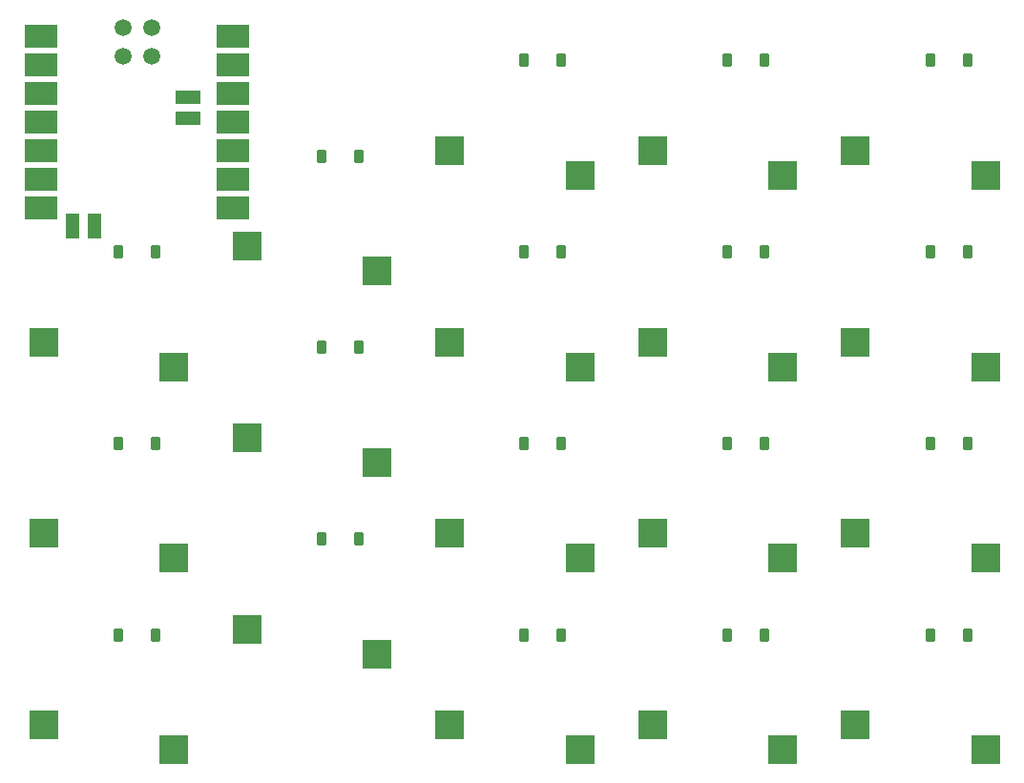
<source format=gbr>
%TF.GenerationSoftware,KiCad,Pcbnew,8.0.6*%
%TF.CreationDate,2025-02-12T16:48:57-05:00*%
%TF.ProjectId,PCB,5043422e-6b69-4636-9164-5f7063625858,rev?*%
%TF.SameCoordinates,Original*%
%TF.FileFunction,Paste,Bot*%
%TF.FilePolarity,Positive*%
%FSLAX46Y46*%
G04 Gerber Fmt 4.6, Leading zero omitted, Abs format (unit mm)*
G04 Created by KiCad (PCBNEW 8.0.6) date 2025-02-12 16:48:57*
%MOMM*%
%LPD*%
G01*
G04 APERTURE LIST*
G04 Aperture macros list*
%AMRoundRect*
0 Rectangle with rounded corners*
0 $1 Rounding radius*
0 $2 $3 $4 $5 $6 $7 $8 $9 X,Y pos of 4 corners*
0 Add a 4 corners polygon primitive as box body*
4,1,4,$2,$3,$4,$5,$6,$7,$8,$9,$2,$3,0*
0 Add four circle primitives for the rounded corners*
1,1,$1+$1,$2,$3*
1,1,$1+$1,$4,$5*
1,1,$1+$1,$6,$7*
1,1,$1+$1,$8,$9*
0 Add four rect primitives between the rounded corners*
20,1,$1+$1,$2,$3,$4,$5,0*
20,1,$1+$1,$4,$5,$6,$7,0*
20,1,$1+$1,$6,$7,$8,$9,0*
20,1,$1+$1,$8,$9,$2,$3,0*%
G04 Aperture macros list end*
%ADD10R,2.600000X2.600000*%
%ADD11RoundRect,0.225000X0.225000X0.375000X-0.225000X0.375000X-0.225000X-0.375000X0.225000X-0.375000X0*%
%ADD12R,3.000000X2.000000*%
%ADD13C,1.500000*%
%ADD14R,1.300000X2.300000*%
%ADD15R,2.300000X1.300000*%
G04 APERTURE END LIST*
D10*
%TO.C,MX5*%
X57275000Y-65450000D03*
X45725000Y-63250000D03*
%TD*%
%TO.C,MX15*%
X93275000Y-90950000D03*
X81725000Y-88750000D03*
%TD*%
%TO.C,MX2*%
X39275000Y-73950000D03*
X27725000Y-71750000D03*
%TD*%
%TO.C,MX10*%
X75275000Y-73950000D03*
X63725000Y-71750000D03*
%TD*%
%TO.C,MX8*%
X75275000Y-39950000D03*
X63725000Y-37750000D03*
%TD*%
%TO.C,MX13*%
X93275000Y-56950000D03*
X81725000Y-54750000D03*
%TD*%
%TO.C,MX1*%
X39275000Y-56950000D03*
X27725000Y-54750000D03*
%TD*%
%TO.C,MX6*%
X57275000Y-82450000D03*
X45725000Y-80250000D03*
%TD*%
%TO.C,MX18*%
X111275000Y-73950000D03*
X99725000Y-71750000D03*
%TD*%
%TO.C,MX14*%
X93275000Y-73950000D03*
X81725000Y-71750000D03*
%TD*%
%TO.C,MX9*%
X75275000Y-56950000D03*
X63725000Y-54750000D03*
%TD*%
%TO.C,MX11*%
X75275000Y-90950000D03*
X63725000Y-88750000D03*
%TD*%
%TO.C,MX16*%
X111275000Y-39950000D03*
X99725000Y-37750000D03*
%TD*%
%TO.C,MX3*%
X39275000Y-90950000D03*
X27725000Y-88750000D03*
%TD*%
%TO.C,MX12*%
X93275000Y-39950000D03*
X81725000Y-37750000D03*
%TD*%
%TO.C,MX4*%
X57275000Y-48450000D03*
X45725000Y-46250000D03*
%TD*%
%TO.C,MX17*%
X111275000Y-56950000D03*
X99725000Y-54750000D03*
%TD*%
%TO.C,MX19*%
X111275000Y-90950000D03*
X99725000Y-88750000D03*
%TD*%
D11*
%TO.C,D11*%
X73650000Y-80750000D03*
X70350000Y-80750000D03*
%TD*%
%TO.C,D10*%
X73650000Y-63750000D03*
X70350000Y-63750000D03*
%TD*%
%TO.C,D2*%
X37650000Y-63750000D03*
X34350000Y-63750000D03*
%TD*%
%TO.C,D13*%
X91650000Y-46750000D03*
X88350000Y-46750000D03*
%TD*%
%TO.C,D19*%
X109650000Y-80750000D03*
X106350000Y-80750000D03*
%TD*%
D12*
%TO.C,U1*%
X44500000Y-27592015D03*
X44500000Y-30132015D03*
X44500000Y-32672015D03*
X44500000Y-35212015D03*
X44500000Y-37752015D03*
X44500000Y-40292015D03*
X44500000Y-42832015D03*
X27500000Y-42832015D03*
X27500000Y-40292015D03*
X27500000Y-37752015D03*
X27500000Y-35212015D03*
X27500000Y-32672015D03*
X27500000Y-30132015D03*
X27500000Y-27592015D03*
D13*
X37270000Y-26822015D03*
X34730000Y-26822015D03*
X37270000Y-29362015D03*
X34730000Y-29362015D03*
D14*
X32200000Y-44462015D03*
X30300000Y-44462015D03*
D15*
X40500000Y-33012015D03*
X40500000Y-34912015D03*
%TD*%
D11*
%TO.C,D16*%
X109650000Y-29750000D03*
X106350000Y-29750000D03*
%TD*%
%TO.C,D5*%
X55650000Y-55250000D03*
X52350000Y-55250000D03*
%TD*%
%TO.C,D12*%
X91650000Y-29750000D03*
X88350000Y-29750000D03*
%TD*%
%TO.C,D15*%
X91650000Y-80750000D03*
X88350000Y-80750000D03*
%TD*%
%TO.C,D14*%
X91650000Y-63750000D03*
X88350000Y-63750000D03*
%TD*%
%TO.C,D1*%
X37650000Y-46750000D03*
X34350000Y-46750000D03*
%TD*%
%TO.C,D8*%
X73650000Y-29750000D03*
X70350000Y-29750000D03*
%TD*%
%TO.C,D18*%
X109650000Y-63750000D03*
X106350000Y-63750000D03*
%TD*%
%TO.C,D6*%
X55650000Y-72250000D03*
X52350000Y-72250000D03*
%TD*%
%TO.C,D4*%
X55650000Y-38250000D03*
X52350000Y-38250000D03*
%TD*%
%TO.C,D3*%
X37650000Y-80750000D03*
X34350000Y-80750000D03*
%TD*%
%TO.C,D9*%
X73650000Y-46750000D03*
X70350000Y-46750000D03*
%TD*%
%TO.C,D17*%
X109650000Y-46750000D03*
X106350000Y-46750000D03*
%TD*%
M02*

</source>
